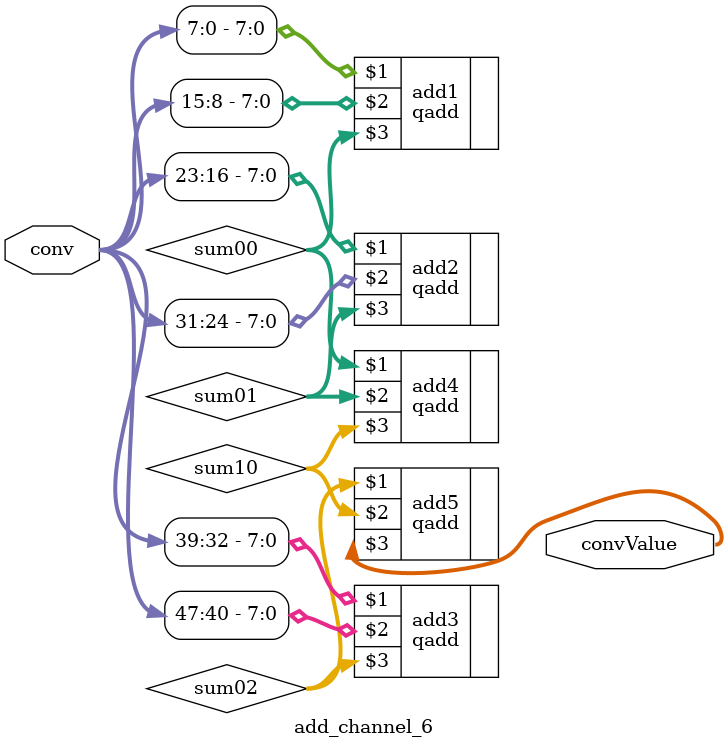
<source format=v>
module add_channel_6 #(parameter BIT_WIDTH = 8, OUT_WIDTH = 8) (
    input [6*BIT_WIDTH-1:0] conv,
    output [OUT_WIDTH-1:0] convValue
);
    wire signed[OUT_WIDTH-1:0] sum00, sum01, sum02, sum10;


    qadd #(.BIT_WIDTH(BIT_WIDTH), .OUT_WIDTH(OUT_WIDTH)) add1(conv[((0+1)*BIT_WIDTH)-1:((0)*BIT_WIDTH)], conv[((1+1)*BIT_WIDTH)-1:((1)*BIT_WIDTH)], sum00);
    qadd #(.BIT_WIDTH(BIT_WIDTH), .OUT_WIDTH(OUT_WIDTH)) add2(conv[((2+1)*BIT_WIDTH)-1:((2)*BIT_WIDTH)], conv[((3+1)*BIT_WIDTH)-1:((3)*BIT_WIDTH)], sum01);
    qadd #(.BIT_WIDTH(BIT_WIDTH), .OUT_WIDTH(OUT_WIDTH)) add3(conv[((4+1)*BIT_WIDTH)-1:((4)*BIT_WIDTH)], conv[((5+1)*BIT_WIDTH)-1:((5)*BIT_WIDTH)], sum02);

    qadd #(.BIT_WIDTH(BIT_WIDTH), .OUT_WIDTH(OUT_WIDTH)) add4(sum00, sum01, sum10);
    qadd #(.BIT_WIDTH(BIT_WIDTH), .OUT_WIDTH(OUT_WIDTH)) add5(sum02, sum10, convValue);

endmodule
</source>
